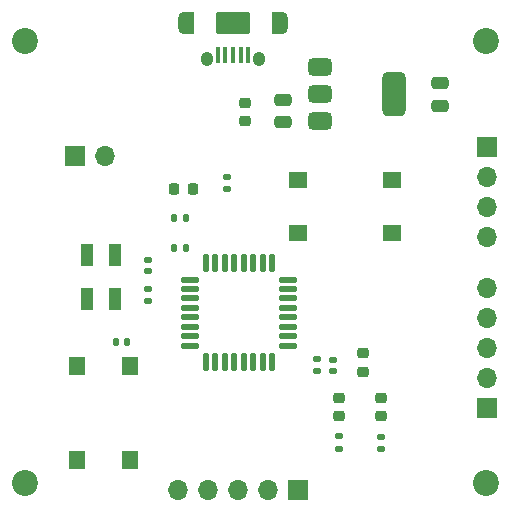
<source format=gts>
%TF.GenerationSoftware,KiCad,Pcbnew,8.0.9*%
%TF.CreationDate,2025-03-10T14:56:04+11:00*%
%TF.ProjectId,stm32l05_dev_board,73746d33-326c-4303-955f-6465765f626f,rev?*%
%TF.SameCoordinates,Original*%
%TF.FileFunction,Soldermask,Top*%
%TF.FilePolarity,Negative*%
%FSLAX46Y46*%
G04 Gerber Fmt 4.6, Leading zero omitted, Abs format (unit mm)*
G04 Created by KiCad (PCBNEW 8.0.9) date 2025-03-10 14:56:04*
%MOMM*%
%LPD*%
G01*
G04 APERTURE LIST*
G04 Aperture macros list*
%AMRoundRect*
0 Rectangle with rounded corners*
0 $1 Rounding radius*
0 $2 $3 $4 $5 $6 $7 $8 $9 X,Y pos of 4 corners*
0 Add a 4 corners polygon primitive as box body*
4,1,4,$2,$3,$4,$5,$6,$7,$8,$9,$2,$3,0*
0 Add four circle primitives for the rounded corners*
1,1,$1+$1,$2,$3*
1,1,$1+$1,$4,$5*
1,1,$1+$1,$6,$7*
1,1,$1+$1,$8,$9*
0 Add four rect primitives between the rounded corners*
20,1,$1+$1,$2,$3,$4,$5,0*
20,1,$1+$1,$4,$5,$6,$7,0*
20,1,$1+$1,$6,$7,$8,$9,0*
20,1,$1+$1,$8,$9,$2,$3,0*%
G04 Aperture macros list end*
%ADD10C,2.200000*%
%ADD11RoundRect,0.135000X-0.185000X0.135000X-0.185000X-0.135000X0.185000X-0.135000X0.185000X0.135000X0*%
%ADD12RoundRect,0.375000X-0.625000X-0.375000X0.625000X-0.375000X0.625000X0.375000X-0.625000X0.375000X0*%
%ADD13RoundRect,0.500000X-0.500000X-1.400000X0.500000X-1.400000X0.500000X1.400000X-0.500000X1.400000X0*%
%ADD14RoundRect,0.218750X-0.218750X-0.256250X0.218750X-0.256250X0.218750X0.256250X-0.218750X0.256250X0*%
%ADD15RoundRect,0.140000X0.170000X-0.140000X0.170000X0.140000X-0.170000X0.140000X-0.170000X-0.140000X0*%
%ADD16R,1.700000X1.700000*%
%ADD17O,1.700000X1.700000*%
%ADD18RoundRect,0.140000X-0.140000X-0.170000X0.140000X-0.170000X0.140000X0.170000X-0.140000X0.170000X0*%
%ADD19RoundRect,0.125000X-0.625000X-0.125000X0.625000X-0.125000X0.625000X0.125000X-0.625000X0.125000X0*%
%ADD20RoundRect,0.125000X-0.125000X-0.625000X0.125000X-0.625000X0.125000X0.625000X-0.125000X0.625000X0*%
%ADD21RoundRect,0.135000X0.185000X-0.135000X0.185000X0.135000X-0.185000X0.135000X-0.185000X-0.135000X0*%
%ADD22R,1.600000X1.400000*%
%ADD23RoundRect,0.100000X0.100000X0.575000X-0.100000X0.575000X-0.100000X-0.575000X0.100000X-0.575000X0*%
%ADD24O,1.000000X1.900000*%
%ADD25R,0.875000X1.900000*%
%ADD26O,1.050000X1.250000*%
%ADD27RoundRect,0.250000X1.200000X0.700000X-1.200000X0.700000X-1.200000X-0.700000X1.200000X-0.700000X0*%
%ADD28RoundRect,0.218750X0.256250X-0.218750X0.256250X0.218750X-0.256250X0.218750X-0.256250X-0.218750X0*%
%ADD29RoundRect,0.140000X-0.170000X0.140000X-0.170000X-0.140000X0.170000X-0.140000X0.170000X0.140000X0*%
%ADD30RoundRect,0.250000X-0.475000X0.250000X-0.475000X-0.250000X0.475000X-0.250000X0.475000X0.250000X0*%
%ADD31RoundRect,0.225000X-0.250000X0.225000X-0.250000X-0.225000X0.250000X-0.225000X0.250000X0.225000X0*%
%ADD32RoundRect,0.135000X-0.135000X-0.185000X0.135000X-0.185000X0.135000X0.185000X-0.135000X0.185000X0*%
%ADD33RoundRect,0.225000X0.250000X-0.225000X0.250000X0.225000X-0.250000X0.225000X-0.250000X-0.225000X0*%
%ADD34R,1.400000X1.600000*%
%ADD35RoundRect,0.250000X0.475000X-0.250000X0.475000X0.250000X-0.475000X0.250000X-0.475000X-0.250000X0*%
%ADD36R,1.100000X1.900000*%
G04 APERTURE END LIST*
D10*
%TO.C,H3*%
X121000000Y-113000000D03*
%TD*%
%TO.C,H2*%
X121000000Y-75590000D03*
%TD*%
D11*
%TO.C,R6*%
X151100000Y-109090000D03*
X151100000Y-110110000D03*
%TD*%
D12*
%TO.C,U2*%
X145950000Y-77790000D03*
X145950000Y-80090000D03*
D13*
X152250000Y-80090000D03*
D12*
X145950000Y-82390000D03*
%TD*%
D14*
%TO.C,D1*%
X133600000Y-88090000D03*
X135175000Y-88090000D03*
%TD*%
D15*
%TO.C,C10*%
X131425000Y-97590000D03*
X131425000Y-96630000D03*
%TD*%
D16*
%TO.C,J4*%
X125260000Y-85300000D03*
D17*
X127800000Y-85300000D03*
%TD*%
D18*
%TO.C,C4*%
X128687500Y-101090000D03*
X129647500Y-101090000D03*
%TD*%
D19*
%TO.C,U1*%
X134925000Y-95790000D03*
X134925000Y-96590000D03*
X134925000Y-97390000D03*
X134925000Y-98190000D03*
X134925000Y-98990000D03*
X134925000Y-99790000D03*
X134925000Y-100590000D03*
X134925000Y-101390000D03*
D20*
X136300000Y-102765000D03*
X137100000Y-102765000D03*
X137900000Y-102765000D03*
X138700000Y-102765000D03*
X139500000Y-102765000D03*
X140300000Y-102765000D03*
X141100000Y-102765000D03*
X141900000Y-102765000D03*
D19*
X143275000Y-101390000D03*
X143275000Y-100590000D03*
X143275000Y-99790000D03*
X143275000Y-98990000D03*
X143275000Y-98190000D03*
X143275000Y-97390000D03*
X143275000Y-96590000D03*
X143275000Y-95790000D03*
D20*
X141900000Y-94415000D03*
X141100000Y-94415000D03*
X140300000Y-94415000D03*
X139500000Y-94415000D03*
X138700000Y-94415000D03*
X137900000Y-94415000D03*
X137100000Y-94415000D03*
X136300000Y-94415000D03*
%TD*%
D21*
%TO.C,R2*%
X138100000Y-88090000D03*
X138100000Y-87070000D03*
%TD*%
D22*
%TO.C,SW3*%
X144100000Y-87340000D03*
X152100000Y-87340000D03*
X144100000Y-91840000D03*
X152100000Y-91840000D03*
%TD*%
D16*
%TO.C,J3*%
X144100000Y-113590000D03*
D17*
X141560000Y-113590000D03*
X139020000Y-113590000D03*
X136480000Y-113590000D03*
X133940000Y-113590000D03*
%TD*%
D23*
%TO.C,J1*%
X137300000Y-76765000D03*
X137950000Y-76765000D03*
X138600000Y-76765000D03*
X139250000Y-76765000D03*
X139900000Y-76765000D03*
D24*
X142775000Y-74090000D03*
D25*
X142337500Y-74090000D03*
D26*
X140825000Y-77090000D03*
D27*
X138600000Y-74090000D03*
D26*
X136375000Y-77090000D03*
D25*
X134862500Y-74090000D03*
D24*
X134425000Y-74090000D03*
%TD*%
D28*
%TO.C,D3*%
X151100000Y-107377500D03*
X151100000Y-105802500D03*
%TD*%
D29*
%TO.C,C8*%
X145725000Y-102555000D03*
X145725000Y-103515000D03*
%TD*%
D30*
%TO.C,C3*%
X156100000Y-79190000D03*
X156100000Y-81090000D03*
%TD*%
D10*
%TO.C,H1*%
X160000000Y-75590000D03*
%TD*%
D16*
%TO.C,J2*%
X160100000Y-106630000D03*
D17*
X160100000Y-104090000D03*
X160100000Y-101550000D03*
X160100000Y-99010000D03*
X160100000Y-96470000D03*
%TD*%
D31*
%TO.C,C5*%
X149600000Y-102040000D03*
X149600000Y-103590000D03*
%TD*%
D15*
%TO.C,C9*%
X131425000Y-95090000D03*
X131425000Y-94130000D03*
%TD*%
D11*
%TO.C,R5*%
X147600000Y-109080000D03*
X147600000Y-110100000D03*
%TD*%
D29*
%TO.C,C7*%
X147100000Y-102610000D03*
X147100000Y-103570000D03*
%TD*%
D10*
%TO.C,H4*%
X160000000Y-113000000D03*
%TD*%
D16*
%TO.C,J6*%
X160100000Y-84590000D03*
D17*
X160100000Y-87130000D03*
X160100000Y-89670000D03*
X160100000Y-92210000D03*
%TD*%
D32*
%TO.C,R1*%
X133590000Y-90590000D03*
X134610000Y-90590000D03*
%TD*%
D18*
%TO.C,C6*%
X133620000Y-93090000D03*
X134580000Y-93090000D03*
%TD*%
D28*
%TO.C,D2*%
X147600000Y-107377500D03*
X147600000Y-105802500D03*
%TD*%
D33*
%TO.C,C1*%
X139600000Y-82365000D03*
X139600000Y-80815000D03*
%TD*%
D34*
%TO.C,SW2*%
X125350000Y-111090000D03*
X125350000Y-103090000D03*
X129850000Y-111090000D03*
X129850000Y-103090000D03*
%TD*%
D35*
%TO.C,C2*%
X142800000Y-82490000D03*
X142800000Y-80590000D03*
%TD*%
D36*
%TO.C,Y2*%
X126275000Y-93740000D03*
X126275000Y-97440000D03*
X128575000Y-97440000D03*
X128575000Y-93740000D03*
%TD*%
M02*

</source>
